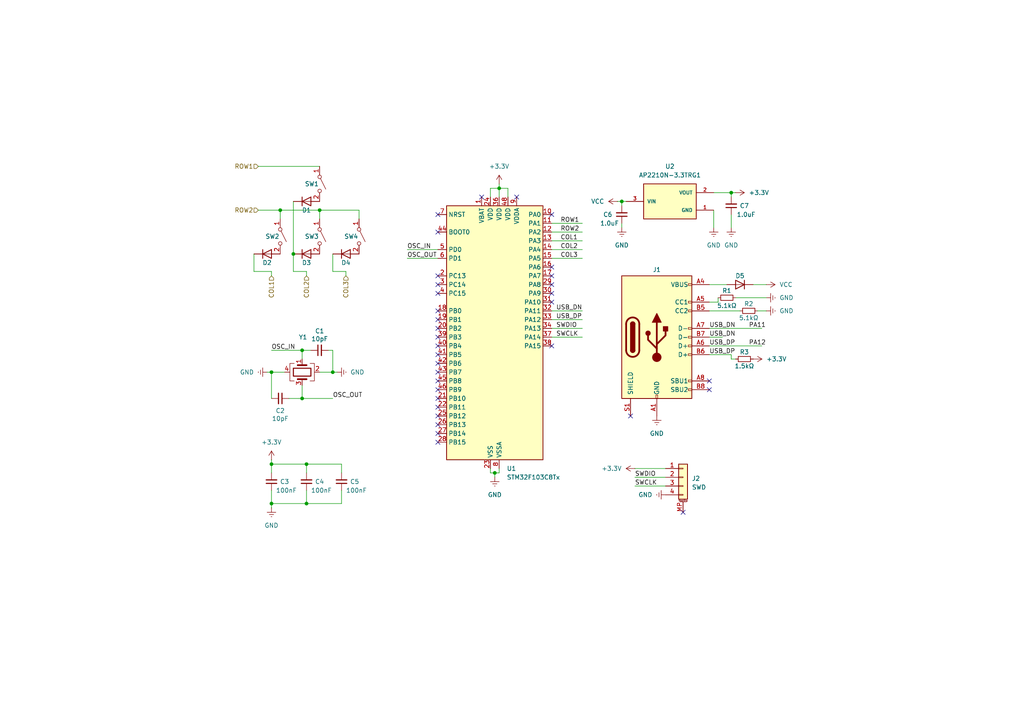
<source format=kicad_sch>
(kicad_sch (version 20231120) (generator "eeschema") (generator_version "8.0")
  (paper "A4")
  (lib_symbols
    (symbol "AP2210N-3.3TRG1:AP2210N-3.3TRG1" (pin_names (offset 1.016))
      (property "Reference" "U" (at -7.3776 5.3424 0))
      (property "Value" "AP2210N-3.3TRG1" (at -7.3722 -6.8637 0))
      (symbol "AP2210N-3.3TRG1_0_0"
        (rectangle (start -7.62 -5.08) (end 7.62 5.08) (stroke (width 0.254)) (fill (type background)))
        (pin power_in line (at 12.7 -2.54 180) (length 5.08) (name "GND") (number "1"))
        (pin output line (at 12.7 2.54 180) (length 5.08) (name "VOUT") (number "2"))
        (pin input line (at -12.7 0 0) (length 5.08) (name "VIN") (number "3"))
      )
    )
    (symbol "Connector:USB_C_Receptacle_USB2.0_16P" (pin_names (offset 1.016))
      (property "Reference" "J" (at 0 22.225 0))
      (property "Value" "USB_C_Receptacle_USB2.0_16P" (at 0 19.685 0))
      (symbol "USB_C_Receptacle_USB2.0_16P_0_0"
        (rectangle (start -0.254 -17.78) (end 0.254 -16.764))
        (rectangle (start 10.16 -14.986) (end 9.144 -15.494))
        (rectangle (start 10.16 -12.446) (end 9.144 -12.954))
        (rectangle (start 10.16 -4.826) (end 9.144 -5.334))
        (rectangle (start 10.16 -2.286) (end 9.144 -2.794))
        (rectangle (start 10.16 0.254) (end 9.144 -0.254))
        (rectangle (start 10.16 2.794) (end 9.144 2.286))
        (rectangle (start 10.16 7.874) (end 9.144 7.366))
        (rectangle (start 10.16 10.414) (end 9.144 9.906))
        (rectangle (start 10.16 15.494) (end 9.144 14.986))
      )
      (symbol "USB_C_Receptacle_USB2.0_16P_0_1"
        (rectangle (start -10.16 17.78) (end 10.16 -17.78) (stroke (width 0.254)) (fill (type background)))
        (arc (start -8.89 -3.81) (mid -6.985 -5.7067) (end -5.08 -3.81) (stroke (width 0.508)))
        (arc (start -7.62 -3.81) (mid -6.985 -4.4423) (end -6.35 -3.81) (stroke (width 0.254)))
        (arc (start -7.62 -3.81) (mid -6.985 -4.4423) (end -6.35 -3.81) (stroke (width 0.254)) (fill (type outline)))
        (rectangle (start -7.62 -3.81) (end -6.35 3.81) (stroke (width 0.254)) (fill (type outline)))
        (arc (start -6.35 3.81) (mid -6.985 4.4423) (end -7.62 3.81) (stroke (width 0.254)))
        (arc (start -6.35 3.81) (mid -6.985 4.4423) (end -7.62 3.81) (stroke (width 0.254)) (fill (type outline)))
        (arc (start -5.08 3.81) (mid -6.985 5.7067) (end -8.89 3.81) (stroke (width 0.508)))
        (circle (center -2.54 1.143) (radius 0.635) (stroke (width 0.254)) (fill (type outline)))
        (circle (center 0 -5.842) (radius 1.27) (fill (type outline)))
        (polyline (pts (xy -8.89 -3.81) (xy -8.89 3.81)) (stroke (width 0.508)))
        (polyline (pts (xy -5.08 3.81) (xy -5.08 -3.81)) (stroke (width 0.508)))
        (polyline (pts (xy 0 -5.842) (xy 0 4.318)) (stroke (width 0.508)))
        (polyline (pts (xy 0 -3.302) (xy -2.54 -0.762) (xy -2.54 0.508)) (stroke (width 0.508)))
        (polyline (pts (xy 0 -2.032) (xy 2.54 0.508) (xy 2.54 1.778)) (stroke (width 0.508)))
        (polyline (pts (xy -1.27 4.318) (xy 0 6.858) (xy 1.27 4.318) (xy -1.27 4.318)) (stroke (width 0.254)) (fill (type outline)))
        (rectangle (start 1.905 1.778) (end 3.175 3.048) (stroke (width 0.254)) (fill (type outline)))
      )
      (symbol "USB_C_Receptacle_USB2.0_16P_1_1"
        (pin passive line (at 0 -22.86 90) (length 5.08) (name "GND") (number "A1"))
        (pin passive line (at 0 -22.86 90) (length 5.08) hide (name "GND") (number "A12"))
        (pin passive line (at 15.24 15.24 180) (length 5.08) (name "VBUS") (number "A4"))
        (pin bidirectional line (at 15.24 10.16 180) (length 5.08) (name "CC1") (number "A5"))
        (pin bidirectional line (at 15.24 -2.54 180) (length 5.08) (name "D+") (number "A6"))
        (pin bidirectional line (at 15.24 2.54 180) (length 5.08) (name "D-") (number "A7"))
        (pin bidirectional line (at 15.24 -12.7 180) (length 5.08) (name "SBU1") (number "A8"))
        (pin passive line (at 15.24 15.24 180) (length 5.08) hide (name "VBUS") (number "A9"))
        (pin passive line (at 0 -22.86 90) (length 5.08) hide (name "GND") (number "B1"))
        (pin passive line (at 0 -22.86 90) (length 5.08) hide (name "GND") (number "B12"))
        (pin passive line (at 15.24 15.24 180) (length 5.08) hide (name "VBUS") (number "B4"))
        (pin bidirectional line (at 15.24 7.62 180) (length 5.08) (name "CC2") (number "B5"))
        (pin bidirectional line (at 15.24 -5.08 180) (length 5.08) (name "D+") (number "B6"))
        (pin bidirectional line (at 15.24 0 180) (length 5.08) (name "D-") (number "B7"))
        (pin bidirectional line (at 15.24 -15.24 180) (length 5.08) (name "SBU2") (number "B8"))
        (pin passive line (at 15.24 15.24 180) (length 5.08) hide (name "VBUS") (number "B9"))
        (pin passive line (at -7.62 -22.86 90) (length 5.08) (name "SHIELD") (number "S1"))
      )
    )
    (symbol "Connector_Generic_MountingPin:Conn_01x04_MountingPin" (pin_names (offset 1.016) hide)
      (property "Reference" "J" (at 0 5.08 0))
      (property "Value" "Conn_01x04_MountingPin" (at 1.27 -7.62 0))
      (symbol "Conn_01x04_MountingPin_1_1"
        (rectangle (start -1.27 -4.953) (end 0 -5.207) (stroke (width 0.1524)))
        (rectangle (start -1.27 -2.413) (end 0 -2.667) (stroke (width 0.1524)))
        (rectangle (start -1.27 0.127) (end 0 -0.127) (stroke (width 0.1524)))
        (rectangle (start -1.27 2.667) (end 0 2.413) (stroke (width 0.1524)))
        (rectangle (start -1.27 3.81) (end 1.27 -6.35) (stroke (width 0.254)) (fill (type background)))
        (polyline (pts (xy -1.016 -7.112) (xy 1.016 -7.112)) (stroke (width 0.1524)))
        (text "Mounting" (at 0 -6.731 0) (effects (font (size 0.381 0.381))))
        (pin passive line (at -5.08 2.54 0) (length 3.81) (name "Pin_1") (number "1"))
        (pin passive line (at -5.08 0 0) (length 3.81) (name "Pin_2") (number "2"))
        (pin passive line (at -5.08 -2.54 0) (length 3.81) (name "Pin_3") (number "3"))
        (pin passive line (at -5.08 -5.08 0) (length 3.81) (name "Pin_4") (number "4"))
        (pin passive line (at 0 -10.16 90) (length 3.048) (name "MountPin") (number "MP"))
      )
    )
    (symbol "Device:C_Small" (pin_numbers hide) (pin_names (offset 0.254) hide)
      (property "Reference" "C" (at 0.254 1.778 0))
      (property "Value" "C_Small" (at 0.254 -2.032 0))
      (symbol "C_Small_0_1"
        (polyline (pts (xy -1.524 -0.508) (xy 1.524 -0.508)) (stroke (width 0.3302)))
        (polyline (pts (xy -1.524 0.508) (xy 1.524 0.508)) (stroke (width 0.3048)))
      )
      (symbol "C_Small_1_1"
        (pin passive line (at 0 2.54 270) (length 2.032) (name "~") (number "1"))
        (pin passive line (at 0 -2.54 90) (length 2.032) (name "~") (number "2"))
      )
    )
    (symbol "Device:Crystal_GND24" (pin_names (offset 1.016) hide)
      (property "Reference" "Y" (at 3.175 5.08 0))
      (property "Value" "Crystal_GND24" (at 3.175 3.175 0))
      (symbol "Crystal_GND24_0_1"
        (rectangle (start -1.143 2.54) (end 1.143 -2.54) (stroke (width 0.3048)))
        (polyline (pts (xy -2.54 0) (xy -2.032 0)))
        (polyline (pts (xy -2.032 -1.27) (xy -2.032 1.27)) (stroke (width 0.508)))
        (polyline (pts (xy 0 -3.81) (xy 0 -3.556)))
        (polyline (pts (xy 0 3.556) (xy 0 3.81)))
        (polyline (pts (xy 2.032 -1.27) (xy 2.032 1.27)) (stroke (width 0.508)))
        (polyline (pts (xy 2.032 0) (xy 2.54 0)))
        (polyline (pts (xy -2.54 -2.286) (xy -2.54 -3.556) (xy 2.54 -3.556) (xy 2.54 -2.286)))
        (polyline (pts (xy -2.54 2.286) (xy -2.54 3.556) (xy 2.54 3.556) (xy 2.54 2.286)))
      )
      (symbol "Crystal_GND24_1_1"
        (pin passive line (at -3.81 0 0) (length 1.27) (name "1") (number "1"))
        (pin passive line (at 0 5.08 270) (length 1.27) (name "2") (number "2"))
        (pin passive line (at 3.81 0 180) (length 1.27) (name "3") (number "3"))
        (pin passive line (at 0 -5.08 90) (length 1.27) (name "4") (number "4"))
      )
    )
    (symbol "Device:D" (pin_numbers hide) (pin_names (offset 1.016) hide)
      (property "Reference" "D" (at 0 2.54 0))
      (property "Value" "D" (at 0 -2.54 0))
      (symbol "D_0_1"
        (polyline (pts (xy -1.27 1.27) (xy -1.27 -1.27)) (stroke (width 0.254)))
        (polyline (pts (xy 1.27 0) (xy -1.27 0)))
        (polyline (pts (xy 1.27 1.27) (xy 1.27 -1.27) (xy -1.27 0) (xy 1.27 1.27)) (stroke (width 0.254)))
      )
      (symbol "D_1_1"
        (pin passive line (at -3.81 0 0) (length 2.54) (name "K") (number "1"))
        (pin passive line (at 3.81 0 180) (length 2.54) (name "A") (number "2"))
      )
    )
    (symbol "Device:R_Small" (pin_numbers hide) (pin_names (offset 0.254) hide)
      (property "Reference" "R" (at 0.762 0.508 0))
      (property "Value" "R_Small" (at 0.762 -1.016 0))
      (symbol "R_Small_0_1"
        (rectangle (start -0.762 1.778) (end 0.762 -1.778) (stroke (width 0.2032)))
      )
      (symbol "R_Small_1_1"
        (pin passive line (at 0 2.54 270) (length 0.762) (name "~") (number "1"))
        (pin passive line (at 0 -2.54 90) (length 0.762) (name "~") (number "2"))
      )
    )
    (symbol "MCU_ST_STM32F1:STM32F103C8Tx"
      (property "Reference" "U" (at -12.7 39.37 0))
      (property "Value" "STM32F103C8Tx" (at 10.16 39.37 0))
      (symbol "STM32F103C8Tx_0_1"
        (rectangle (start -12.7 -35.56) (end 15.24 38.1) (stroke (width 0.254)) (fill (type background)))
      )
      (symbol "STM32F103C8Tx_1_1"
        (pin power_in line (at -2.54 40.64 270) (length 2.54) (name "VBAT") (number "1"))
        (pin bidirectional line (at 17.78 35.56 180) (length 2.54) (name "PA0") (number "10"))
        (pin bidirectional line (at 17.78 33.02 180) (length 2.54) (name "PA1") (number "11"))
        (pin bidirectional line (at 17.78 30.48 180) (length 2.54) (name "PA2") (number "12"))
        (pin bidirectional line (at 17.78 27.94 180) (length 2.54) (name "PA3") (number "13"))
        (pin bidirectional line (at 17.78 25.4 180) (length 2.54) (name "PA4") (number "14"))
        (pin bidirectional line (at 17.78 22.86 180) (length 2.54) (name "PA5") (number "15"))
        (pin bidirectional line (at 17.78 20.32 180) (length 2.54) (name "PA6") (number "16"))
        (pin bidirectional line (at 17.78 17.78 180) (length 2.54) (name "PA7") (number "17"))
        (pin bidirectional line (at -15.24 7.62 0) (length 2.54) (name "PB0") (number "18"))
        (pin bidirectional line (at -15.24 5.08 0) (length 2.54) (name "PB1") (number "19"))
        (pin bidirectional line (at -15.24 17.78 0) (length 2.54) (name "PC13") (number "2"))
        (pin bidirectional line (at -15.24 2.54 0) (length 2.54) (name "PB2") (number "20"))
        (pin bidirectional line (at -15.24 -17.78 0) (length 2.54) (name "PB10") (number "21"))
        (pin bidirectional line (at -15.24 -20.32 0) (length 2.54) (name "PB11") (number "22"))
        (pin power_in line (at 0 -38.1 90) (length 2.54) (name "VSS") (number "23"))
        (pin power_in line (at 0 40.64 270) (length 2.54) (name "VDD") (number "24"))
        (pin bidirectional line (at -15.24 -22.86 0) (length 2.54) (name "PB12") (number "25"))
        (pin bidirectional line (at -15.24 -25.4 0) (length 2.54) (name "PB13") (number "26"))
        (pin bidirectional line (at -15.24 -27.94 0) (length 2.54) (name "PB14") (number "27"))
        (pin bidirectional line (at -15.24 -30.48 0) (length 2.54) (name "PB15") (number "28"))
        (pin bidirectional line (at 17.78 15.24 180) (length 2.54) (name "PA8") (number "29"))
        (pin bidirectional line (at -15.24 15.24 0) (length 2.54) (name "PC14") (number "3"))
        (pin bidirectional line (at 17.78 12.7 180) (length 2.54) (name "PA9") (number "30"))
        (pin bidirectional line (at 17.78 10.16 180) (length 2.54) (name "PA10") (number "31"))
        (pin bidirectional line (at 17.78 7.62 180) (length 2.54) (name "PA11") (number "32"))
        (pin bidirectional line (at 17.78 5.08 180) (length 2.54) (name "PA12") (number "33"))
        (pin bidirectional line (at 17.78 2.54 180) (length 2.54) (name "PA13") (number "34"))
        (pin passive line (at 0 -38.1 90) (length 2.54) hide (name "VSS") (number "35"))
        (pin power_in line (at 2.54 40.64 270) (length 2.54) (name "VDD") (number "36"))
        (pin bidirectional line (at 17.78 0 180) (length 2.54) (name "PA14") (number "37"))
        (pin bidirectional line (at 17.78 -2.54 180) (length 2.54) (name "PA15") (number "38"))
        (pin bidirectional line (at -15.24 0 0) (length 2.54) (name "PB3") (number "39"))
        (pin bidirectional line (at -15.24 12.7 0) (length 2.54) (name "PC15") (number "4"))
        (pin bidirectional line (at -15.24 -2.54 0) (length 2.54) (name "PB4") (number "40"))
        (pin bidirectional line (at -15.24 -5.08 0) (length 2.54) (name "PB5") (number "41"))
        (pin bidirectional line (at -15.24 -7.62 0) (length 2.54) (name "PB6") (number "42"))
        (pin bidirectional line (at -15.24 -10.16 0) (length 2.54) (name "PB7") (number "43"))
        (pin input line (at -15.24 30.48 0) (length 2.54) (name "BOOT0") (number "44"))
        (pin bidirectional line (at -15.24 -12.7 0) (length 2.54) (name "PB8") (number "45"))
        (pin bidirectional line (at -15.24 -15.24 0) (length 2.54) (name "PB9") (number "46"))
        (pin passive line (at 0 -38.1 90) (length 2.54) hide (name "VSS") (number "47"))
        (pin power_in line (at 5.08 40.64 270) (length 2.54) (name "VDD") (number "48"))
        (pin bidirectional line (at -15.24 25.4 0) (length 2.54) (name "PD0") (number "5"))
        (pin bidirectional line (at -15.24 22.86 0) (length 2.54) (name "PD1") (number "6"))
        (pin input line (at -15.24 35.56 0) (length 2.54) (name "NRST") (number "7"))
        (pin power_in line (at 2.54 -38.1 90) (length 2.54) (name "VSSA") (number "8"))
        (pin power_in line (at 7.62 40.64 270) (length 2.54) (name "VDDA") (number "9"))
      )
    )
    (symbol "Switch:SW_SPST" (pin_names (offset 0) hide)
      (property "Reference" "SW" (at 0 3.175 0))
      (property "Value" "SW_SPST" (at 0 -2.54 0))
      (symbol "SW_SPST_0_0"
        (circle (center -2.032 0) (radius 0.508))
        (polyline (pts (xy -1.524 0.254) (xy 1.524 1.778)))
        (circle (center 2.032 0) (radius 0.508))
      )
      (symbol "SW_SPST_1_1"
        (pin passive line (at -5.08 0 0) (length 2.54) (name "A") (number "1"))
        (pin passive line (at 5.08 0 180) (length 2.54) (name "B") (number "2"))
      )
    )
    (symbol "power:+3.3V" (power) (pin_numbers hide) (pin_names (offset 0) hide)
      (property "Value" "+3.3V" (at 0 3.556 0))
      (symbol "+3.3V_0_1"
        (polyline (pts (xy -0.762 1.27) (xy 0 2.54)))
        (polyline (pts (xy 0 0) (xy 0 2.54)))
        (polyline (pts (xy 0 2.54) (xy 0.762 1.27)))
      )
      (symbol "+3.3V_1_1"
        (pin power_in line (at 0 0 90) (length 0) (name "~") (number "1"))
      )
    )
    (symbol "power:Earth" (power) (pin_numbers hide) (pin_names (offset 0) hide)
      (property "Value" "Earth" (at 0 -3.81 0))
      (symbol "Earth_0_1"
        (polyline (pts (xy -0.635 -1.905) (xy 0.635 -1.905)))
        (polyline (pts (xy -0.127 -2.54) (xy 0.127 -2.54)))
        (polyline (pts (xy 0 -1.27) (xy 0 0)))
        (polyline (pts (xy 1.27 -1.27) (xy -1.27 -1.27)))
      )
      (symbol "Earth_1_1"
        (pin power_in line (at 0 0 270) (length 0) (name "~") (number "1"))
      )
    )
  )
  (junction (at 78.74 146.05))
  (junction (at 78.74 107.95))
  (junction (at 88.9 134.62))
  (junction (at 92.71 60.96))
  (junction (at 85.09 73.66))
  (junction (at 212.09 55.88))
  (junction (at 143.51 137.16))
  (junction (at 81.28 60.96))
  (junction (at 144.78 54.61))
  (junction (at 87.63 101.6))
  (junction (at 96.52 107.95))
  (junction (at 180.34 58.42))
  (junction (at 88.9 146.05))
  (junction (at 78.74 134.62))
  (junction (at 87.63 115.57))
  (no_connect (at 127 85.09))
  (no_connect (at 160.02 80.01))
  (no_connect (at 139.7 57.15))
  (no_connect (at 127 80.01))
  (no_connect (at 205.74 113.03))
  (no_connect (at 182.88 120.65))
  (no_connect (at 127 105.41))
  (no_connect (at 198.12 148.59))
  (no_connect (at 127 92.71))
  (no_connect (at 160.02 100.33))
  (no_connect (at 160.02 77.47))
  (no_connect (at 127 97.79))
  (no_connect (at 160.02 82.55))
  (no_connect (at 127 113.03))
  (no_connect (at 127 110.49))
  (no_connect (at 160.02 87.63))
  (no_connect (at 127 125.73))
  (no_connect (at 127 128.27))
  (no_connect (at 205.74 110.49))
  (no_connect (at 127 95.25))
  (no_connect (at 160.02 62.23))
  (no_connect (at 127 115.57))
  (no_connect (at 127 120.65))
  (no_connect (at 127 107.95))
  (no_connect (at 127 102.87))
  (no_connect (at 160.02 85.09))
  (no_connect (at 127 123.19))
  (no_connect (at 127 67.31))
  (no_connect (at 127 118.11))
  (no_connect (at 127 100.33))
  (no_connect (at 127 90.17))
  (no_connect (at 127 62.23))
  (no_connect (at 127 82.55))
  (no_connect (at 149.86 57.15))
  (wire (pts (xy 205.74 90.17) (xy 214.63 90.17)))
  (wire (pts (xy 144.78 137.16) (xy 144.78 135.89)))
  (wire (pts (xy 87.63 115.57) (xy 83.82 115.57)))
  (wire (pts (xy 205.74 100.33) (xy 220.98 100.33)))
  (wire (pts (xy 208.28 86.36) (xy 208.28 87.63)))
  (wire (pts (xy 88.9 78.74) (xy 88.9 80.01)))
  (wire (pts (xy 144.78 53.34) (xy 144.78 54.61)))
  (wire (pts (xy 180.34 59.69) (xy 180.34 58.42)))
  (wire (pts (xy 78.74 78.74) (xy 73.66 78.74)))
  (wire (pts (xy 160.02 67.31) (xy 168.91 67.31)))
  (wire (pts (xy 78.74 134.62) (xy 88.9 134.62)))
  (wire (pts (xy 78.74 101.6) (xy 87.63 101.6)))
  (wire (pts (xy 81.28 60.96) (xy 92.71 60.96)))
  (wire (pts (xy 88.9 134.62) (xy 88.9 137.16)))
  (wire (pts (xy 78.74 142.24) (xy 78.74 146.05)))
  (wire (pts (xy 160.02 95.25) (xy 168.91 95.25)))
  (wire (pts (xy 210.82 82.55) (xy 205.74 82.55)))
  (wire (pts (xy 87.63 104.14) (xy 87.63 101.6)))
  (wire (pts (xy 142.24 135.89) (xy 142.24 137.16)))
  (wire (pts (xy 180.34 66.04) (xy 180.34 64.77)))
  (wire (pts (xy 88.9 134.62) (xy 99.06 134.62)))
  (wire (pts (xy 160.02 64.77) (xy 168.91 64.77)))
  (wire (pts (xy 78.74 107.95) (xy 82.55 107.95)))
  (wire (pts (xy 92.71 60.96) (xy 92.71 63.5)))
  (wire (pts (xy 212.09 104.14) (xy 213.36 104.14)))
  (wire (pts (xy 212.09 62.23) (xy 212.09 66.04)))
  (wire (pts (xy 160.02 72.39) (xy 168.91 72.39)))
  (wire (pts (xy 184.15 135.89) (xy 193.04 135.89)))
  (wire (pts (xy 77.47 107.95) (xy 78.74 107.95)))
  (wire (pts (xy 78.74 107.95) (xy 78.74 115.57)))
  (wire (pts (xy 88.9 142.24) (xy 88.9 146.05)))
  (wire (pts (xy 142.24 57.15) (xy 142.24 54.61)))
  (wire (pts (xy 73.66 78.74) (xy 73.66 73.66)))
  (wire (pts (xy 205.74 95.25) (xy 220.98 95.25)))
  (wire (pts (xy 85.09 58.42) (xy 85.09 73.66)))
  (wire (pts (xy 144.78 54.61) (xy 147.32 54.61)))
  (wire (pts (xy 144.78 54.61) (xy 144.78 57.15)))
  (wire (pts (xy 222.25 90.17) (xy 219.71 90.17)))
  (wire (pts (xy 96.52 73.66) (xy 96.52 78.74)))
  (wire (pts (xy 99.06 142.24) (xy 99.06 146.05)))
  (wire (pts (xy 74.93 48.26) (xy 92.71 48.26)))
  (wire (pts (xy 78.74 137.16) (xy 78.74 134.62)))
  (wire (pts (xy 118.11 72.39) (xy 127 72.39)))
  (wire (pts (xy 87.63 101.6) (xy 90.17 101.6)))
  (wire (pts (xy 160.02 97.79) (xy 168.91 97.79)))
  (wire (pts (xy 142.24 54.61) (xy 144.78 54.61)))
  (wire (pts (xy 212.09 55.88) (xy 212.09 57.15)))
  (wire (pts (xy 78.74 146.05) (xy 88.9 146.05)))
  (wire (pts (xy 184.15 140.97) (xy 193.04 140.97)))
  (wire (pts (xy 205.74 97.79) (xy 209.55 97.79)))
  (wire (pts (xy 160.02 92.71) (xy 168.91 92.71)))
  (wire (pts (xy 212.09 102.87) (xy 205.74 102.87)))
  (wire (pts (xy 143.51 137.16) (xy 144.78 137.16)))
  (wire (pts (xy 78.74 80.01) (xy 78.74 78.74)))
  (wire (pts (xy 78.74 147.32) (xy 78.74 146.05)))
  (wire (pts (xy 212.09 104.14) (xy 212.09 102.87)))
  (wire (pts (xy 207.01 55.88) (xy 212.09 55.88)))
  (wire (pts (xy 184.15 138.43) (xy 193.04 138.43)))
  (wire (pts (xy 160.02 74.93) (xy 168.91 74.93)))
  (wire (pts (xy 160.02 90.17) (xy 168.91 90.17)))
  (wire (pts (xy 104.14 60.96) (xy 104.14 63.5)))
  (wire (pts (xy 142.24 137.16) (xy 143.51 137.16)))
  (wire (pts (xy 92.71 60.96) (xy 104.14 60.96)))
  (wire (pts (xy 208.28 87.63) (xy 205.74 87.63)))
  (wire (pts (xy 207.01 66.04) (xy 207.01 60.96)))
  (wire (pts (xy 99.06 134.62) (xy 99.06 137.16)))
  (wire (pts (xy 179.07 58.42) (xy 180.34 58.42)))
  (wire (pts (xy 143.51 137.16) (xy 143.51 138.43)))
  (wire (pts (xy 100.33 78.74) (xy 100.33 80.01)))
  (wire (pts (xy 213.36 55.88) (xy 212.09 55.88)))
  (wire (pts (xy 92.71 107.95) (xy 96.52 107.95)))
  (wire (pts (xy 88.9 146.05) (xy 99.06 146.05)))
  (wire (pts (xy 96.52 101.6) (xy 96.52 107.95)))
  (wire (pts (xy 85.09 78.74) (xy 88.9 78.74)))
  (wire (pts (xy 87.63 111.76) (xy 87.63 115.57)))
  (wire (pts (xy 96.52 78.74) (xy 100.33 78.74)))
  (wire (pts (xy 180.34 58.42) (xy 181.61 58.42)))
  (wire (pts (xy 213.36 86.36) (xy 222.25 86.36)))
  (wire (pts (xy 74.93 60.96) (xy 81.28 60.96)))
  (wire (pts (xy 97.79 107.95) (xy 96.52 107.95)))
  (wire (pts (xy 81.28 60.96) (xy 81.28 63.5)))
  (wire (pts (xy 160.02 69.85) (xy 168.91 69.85)))
  (wire (pts (xy 147.32 54.61) (xy 147.32 57.15)))
  (wire (pts (xy 96.52 101.6) (xy 95.25 101.6)))
  (wire (pts (xy 85.09 73.66) (xy 85.09 78.74)))
  (wire (pts (xy 87.63 115.57) (xy 96.52 115.57)))
  (wire (pts (xy 222.25 82.55) (xy 218.44 82.55)))
  (wire (pts (xy 118.11 74.93) (xy 127 74.93)))
  (wire (pts (xy 78.74 133.35) (xy 78.74 134.62)))
  (label "OSC_IN" (at 78.74 101.6 0))
  (label "SWDIO" (at 161.29 95.25 0))
  (label "ROW2" (at 162.56 67.31 0))
  (label "USB_DP" (at 161.29 92.71 0))
  (label "SWDIO" (at 184.15 138.43 0))
  (label "USB_DP" (at 205.74 100.33 0))
  (label "OSC_IN" (at 118.11 72.39 0))
  (label "SWCLK" (at 161.29 97.79 0))
  (label "USB_DN" (at 205.74 97.79 0))
  (label "OSC_OUT" (at 118.11 74.93 0))
  (label "ROW1" (at 162.56 64.77 0))
  (label "SWCLK" (at 184.15 140.97 0))
  (label "USB_DN" (at 205.74 95.25 0))
  (label "PA12" (at 217.17 100.33 0))
  (label "USB_DN" (at 161.29 90.17 0))
  (label "COL2" (at 162.56 72.39 0))
  (label "COL3" (at 162.56 74.93 0))
  (label "OSC_OUT" (at 96.52 115.57 0))
  (label "PA11" (at 217.17 95.25 0))
  (label "COL1" (at 162.56 69.85 0))
  (label "USB_DP" (at 205.74 102.87 0))
  (hierarchical_label "ROW2" (shape input) (at 74.93 60.96 180))
  (hierarchical_label "COL2" (shape input) (at 88.9 80.01 270))
  (hierarchical_label "ROW1" (shape input) (at 74.93 48.26 180))
  (hierarchical_label "COL3" (shape input) (at 100.33 80.01 270))
  (hierarchical_label "COL1" (shape input) (at 78.74 80.01 270))
  (symbol (lib_id "power:+3.3V") (at 222.25 82.55 270) (unit 1)
    (property "Reference" "#PWR05" (effects (hide yes)))
    (property "Value" "VCC" (at 226.06 82.5499 90) (effects (justify left)))
    (property "Description" "Power symbol creates a global label with name \"+3.3V\"" (effects (hide yes)))
  )
  (symbol (lib_id "Device:D") (at 100.33 73.66 0) (unit 1)
    (property "Reference" "D4" (at 100.33 76.2 0))
    (property "Value" "D" (effects (hide yes)))
    (property "Footprint" "Diode_SMD:D_0603_1608Metric_Pad1.05x0.95mm_HandSolder" (effects (hide yes)))
    (property "Description" "Diode" (effects (hide yes)))
    (property "Sim.Device" "D" (effects (hide yes)))
    (property "Sim.Pins" "1=K 2=A" (effects (hide yes)))
  )
  (symbol (lib_id "power:Earth") (at 97.79 107.95 90) (unit 1)
    (property "Reference" "#PWR07" (effects (hide yes)))
    (property "Value" "GND" (at 101.6 107.9499 90) (effects (justify right)))
    (property "Description" "Power symbol creates a global label with name \"Earth\"" (effects (hide yes)))
  )
  (symbol (lib_id "power:+3.3V") (at 213.36 55.88 270) (unit 1)
    (property "Reference" "#PWR014" (effects (hide yes)))
    (property "Value" "+3.3V" (at 217.17 55.8799 90) (effects (justify left)))
    (property "Description" "Power symbol creates a global label with name \"+3.3V\"" (effects (hide yes)))
  )
  (symbol (lib_id "power:+3.3V") (at 218.44 104.14 270) (unit 1)
    (property "Reference" "#PWR03" (effects (hide yes)))
    (property "Value" "+3.3V" (at 222.25 104.1399 90) (effects (justify left)))
    (property "Description" "Power symbol creates a global label with name \"+3.3V\"" (effects (hide yes)))
  )
  (symbol (lib_id "Device:D") (at 214.63 82.55 180) (unit 1)
    (property "Reference" "D5" (at 214.63 80.01 0))
    (property "Value" "D" (effects (hide yes)))
    (property "Footprint" "Diode_SMD:D_0603_1608Metric_Pad1.05x0.95mm_HandSolder" (effects (hide yes)))
    (property "Description" "Diode" (effects (hide yes)))
    (property "Sim.Device" "D" (effects (hide yes)))
    (property "Sim.Pins" "1=K 2=A" (effects (hide yes)))
  )
  (symbol (lib_id "power:+3.3V") (at 184.15 135.89 90) (unit 1)
    (property "Reference" "#PWR09" (effects (hide yes)))
    (property "Value" "+3.3V" (at 180.34 135.8899 90) (effects (justify left)))
    (property "Description" "Power symbol creates a global label with name \"+3.3V\"" (effects (hide yes)))
  )
  (symbol (lib_id "power:+3.3V") (at 78.74 133.35 0) (unit 1)
    (property "Reference" "#PWR018" (effects (hide yes)))
    (property "Value" "+3.3V" (at 78.74 128.27 0))
    (property "Description" "Power symbol creates a global label with name \"+3.3V\"" (effects (hide yes)))
  )
  (symbol (lib_id "Switch:SW_SPST") (at 92.71 53.34 270) (unit 1)
    (property "Reference" "SW1" (at 88.392 53.34 90) (effects (justify left)))
    (property "Value" "SW_SPST" (effects (hide yes)))
    (property "Footprint" "PCM_Switch_Keyboard_Cherry_MX:SW_Cherry_MX_PCB_1.00u" (effects (hide yes)))
    (property "Description" "Single Pole Single Throw (SPST) switch" (effects (hide yes)))
  )
  (symbol (lib_id "power:Earth") (at 193.04 143.51 270) (unit 1)
    (property "Reference" "#PWR08" (effects (hide yes)))
    (property "Value" "GND" (at 189.23 143.5099 90) (effects (justify right)))
    (property "Description" "Power symbol creates a global label with name \"Earth\"" (effects (hide yes)))
  )
  (symbol (lib_id "Switch:SW_SPST") (at 81.28 68.58 270) (unit 1)
    (property "Reference" "SW2" (at 76.962 68.58 90) (effects (justify left)))
    (property "Value" "SW_SPST" (effects (hide yes)))
    (property "Footprint" "PCM_Switch_Keyboard_Cherry_MX:SW_Cherry_MX_PCB_1.00u" (effects (hide yes)))
    (property "Description" "Single Pole Single Throw (SPST) switch" (effects (hide yes)))
  )
  (symbol (lib_id "Device:Crystal_GND24") (at 87.63 107.95 270) (unit 1)
    (property "Reference" "Y1" (at 87.884 97.79 90))
    (property "Value" "Crystal_GND24" (effects (hide yes)))
    (property "Footprint" "Oscillator:Oscillator_SMD_Abracon_ASV-4Pin_7.0x5.1mm" (effects (hide yes)))
    (property "Description" "Four pin crystal, GND on pins 2 and 4" (effects (hide yes)))
  )
  (symbol (lib_id "Device:R_Small") (at 215.9 104.14 270) (unit 1)
    (property "Reference" "R3" (at 215.9 102.108 90))
    (property "Value" "1.5kΩ" (at 215.9 106.172 90))
    (property "Footprint" "Resistor_SMD:R_0603_1608Metric_Pad0.98x0.95mm_HandSolder" (effects (hide yes)))
    (property "Description" "Resistor, small symbol" (effects (hide yes)))
  )
  (symbol (lib_id "Connector:USB_C_Receptacle_USB2.0_16P") (at 190.5 97.79 0) (unit 1)
    (property "Reference" "J1" (at 190.5 78.232 0))
    (property "Value" "USB_C_Receptacle_USB2.0_16P" (effects (hide yes)))
    (property "Footprint" "Connector_USB:USB_C_Receptacle_GCT_USB4105-xx-A_16P_TopMnt_Horizontal" (effects (hide yes)))
    (property "Datasheet" "https://www.usb.org/sites/default/files/documents/usb_type-c.zip" (effects (hide yes)))
    (property "Description" "USB 2.0-only 16P Type-C Receptacle connector" (effects (hide yes)))
  )
  (symbol (lib_id "Connector_Generic_MountingPin:Conn_01x04_MountingPin") (at 198.12 138.43 0) (unit 1)
    (property "Reference" "J2" (at 200.66 138.7855 0) (effects (justify left)))
    (property "Value" "SWD" (at 200.66 141.3255 0) (effects (justify left)))
    (property "Footprint" "Connector_PinHeader_2.00mm:PinHeader_1x04_P2.00mm_Vertical" (effects (hide yes)))
    (property "Description" "Generic connectable mounting pin connector, single row, 01x04, script generated (kicad-library-utils/schlib/autogen/connector/)" (effects (hide yes)))
  )
  (symbol (lib_id "Device:C_Small") (at 92.71 101.6 90) (unit 1)
    (property "Reference" "C1" (at 92.71 96.012 90))
    (property "Value" "10pF" (at 92.71 98.298 90))
    (property "Footprint" "Capacitor_SMD:C_0603_1608Metric_Pad1.08x0.95mm_HandSolder" (effects (hide yes)))
    (property "Description" "Unpolarized capacitor, small symbol" (effects (hide yes)))
  )
  (symbol (lib_id "Device:C_Small") (at 99.06 139.7 180) (unit 1)
    (property "Reference" "C5" (at 102.87 139.7 0))
    (property "Value" "100nF" (at 103.378 142.24 0))
    (property "Footprint" "Capacitor_SMD:C_0603_1608Metric_Pad1.08x0.95mm_HandSolder" (effects (hide yes)))
    (property "Description" "Unpolarized capacitor, small symbol" (effects (hide yes)))
  )
  (symbol (lib_id "power:Earth") (at 143.51 138.43 0) (unit 1)
    (property "Reference" "#PWR015" (effects (hide yes)))
    (property "Value" "GND" (at 143.51 143.51 0))
    (property "Description" "Power symbol creates a global label with name \"Earth\"" (effects (hide yes)))
  )
  (symbol (lib_id "power:Earth") (at 222.25 86.36 90) (unit 1)
    (property "Reference" "#PWR02" (effects (hide yes)))
    (property "Value" "GND" (at 226.06 86.3599 90) (effects (justify right)))
    (property "Description" "Power symbol creates a global label with name \"Earth\"" (effects (hide yes)))
  )
  (symbol (lib_id "Device:C_Small") (at 88.9 139.7 180) (unit 1)
    (property "Reference" "C4" (at 92.71 139.7 0))
    (property "Value" "100nF" (at 93.218 142.24 0))
    (property "Footprint" "Capacitor_SMD:C_0603_1608Metric_Pad1.08x0.95mm_HandSolder" (effects (hide yes)))
    (property "Description" "Unpolarized capacitor, small symbol" (effects (hide yes)))
  )
  (symbol (lib_id "power:Earth") (at 78.74 147.32 0) (unit 1)
    (property "Reference" "#PWR017" (effects (hide yes)))
    (property "Value" "GND" (at 78.74 152.4 0))
    (property "Description" "Power symbol creates a global label with name \"Earth\"" (effects (hide yes)))
  )
  (symbol (lib_id "power:Earth") (at 77.47 107.95 270) (unit 1)
    (property "Reference" "#PWR06" (effects (hide yes)))
    (property "Value" "GND" (at 73.66 107.9499 90) (effects (justify right)))
    (property "Description" "Power symbol creates a global label with name \"Earth\"" (effects (hide yes)))
  )
  (symbol (lib_id "AP2210N-3.3TRG1:AP2210N-3.3TRG1") (at 194.31 58.42 0) (unit 1)
    (property "Reference" "U2" (at 194.31 48.26 0))
    (property "Value" "AP2210N-3.3TRG1" (at 194.31 50.8 0))
    (property "Footprint" "AP2210N-3.3TRG1:SOT95P280X145-3N" (effects (hide yes)))
    (property "MF" "Diodes Inc." (effects (hide yes)))
    (property "Description_1" "\nVoltage Regulators, LDO, 300mA CMOS LDO 3.3V 250mV | Diodes Inc AP2210N-3.3TRG1\n" (effects (hide yes)))
    (property "Package" "SOT-23-3 Diodes Inc." (effects (hide yes)))
    (property "Price" "None" (effects (hide yes)))
    (property "Check_prices" "https://www.snapeda.com/parts/AP2210N-3.3TRG1/Diodes+Inc./view-part/?ref=eda" (effects (hide yes)))
    (property "SnapEDA_Link" "https://www.snapeda.com/parts/AP2210N-3.3TRG1/Diodes+Inc./view-part/?ref=snap" (effects (hide yes)))
    (property "MP" "AP2210N-3.3TRG1" (effects (hide yes)))
    (property "Purchase-URL" "https://www.snapeda.com/api/url_track_click_mouser/?unipart_id=492437&manufacturer=Diodes Inc.&part_name=AP2210N-3.3TRG1&search_term=sot23-3 3.3v voltage regulator" (effects (hide yes)))
    (property "Availability" "In Stock" (effects (hide yes)))
    (property "MANUFACTURER" "Diodes Inc" (effects (hide yes)))
  )
  (symbol (lib_id "Device:D") (at 77.47 73.66 0) (unit 1)
    (property "Reference" "D2" (at 77.47 76.2 0))
    (property "Value" "D" (effects (hide yes)))
    (property "Footprint" "Diode_SMD:D_0603_1608Metric_Pad1.05x0.95mm_HandSolder" (effects (hide yes)))
    (property "Description" "Diode" (effects (hide yes)))
    (property "Sim.Device" "D" (effects (hide yes)))
    (property "Sim.Pins" "1=K 2=A" (effects (hide yes)))
  )
  (symbol (lib_id "Switch:SW_SPST") (at 92.71 68.58 270) (unit 1)
    (property "Reference" "SW3" (at 88.392 68.58 90) (effects (justify left)))
    (property "Value" "SW_SPST" (effects (hide yes)))
    (property "Footprint" "PCM_Switch_Keyboard_Cherry_MX:SW_Cherry_MX_PCB_1.00u" (effects (hide yes)))
    (property "Description" "Single Pole Single Throw (SPST) switch" (effects (hide yes)))
  )
  (symbol (lib_id "power:Earth") (at 207.01 66.04 0) (unit 1)
    (property "Reference" "#PWR019" (effects (hide yes)))
    (property "Value" "GND" (at 207.01 71.12 0))
    (property "Description" "Power symbol creates a global label with name \"Earth\"" (effects (hide yes)))
  )
  (symbol (lib_id "power:Earth") (at 212.09 66.04 0) (unit 1)
    (property "Reference" "#PWR011" (effects (hide yes)))
    (property "Value" "GND" (at 212.09 71.12 0))
    (property "Description" "Power symbol creates a global label with name \"Earth\"" (effects (hide yes)))
  )
  (symbol (lib_id "Device:D") (at 88.9 73.66 0) (unit 1)
    (property "Reference" "D3" (at 88.9 76.2 0))
    (property "Value" "D" (effects (hide yes)))
    (property "Footprint" "Diode_SMD:D_0603_1608Metric_Pad1.05x0.95mm_HandSolder" (effects (hide yes)))
    (property "Description" "Diode" (effects (hide yes)))
    (property "Sim.Device" "D" (effects (hide yes)))
    (property "Sim.Pins" "1=K 2=A" (effects (hide yes)))
  )
  (symbol (lib_id "Device:C_Small") (at 180.34 62.23 180) (unit 1)
    (property "Reference" "C6" (at 176.276 62.23 0))
    (property "Value" "1.0uF" (at 176.784 64.77 0))
    (property "Footprint" "Capacitor_SMD:C_0603_1608Metric_Pad1.08x0.95mm_HandSolder" (effects (hide yes)))
    (property "Description" "Unpolarized capacitor, small symbol" (effects (hide yes)))
  )
  (symbol (lib_id "Device:C_Small") (at 81.28 115.57 270) (unit 1)
    (property "Reference" "C2" (at 81.28 119.126 90))
    (property "Value" "10pF" (at 81.28 121.412 90))
    (property "Footprint" "Capacitor_SMD:C_0603_1608Metric_Pad1.08x0.95mm_HandSolder" (effects (hide yes)))
    (property "Description" "Unpolarized capacitor, small symbol" (effects (hide yes)))
  )
  (symbol (lib_id "power:Earth") (at 222.25 90.17 90) (unit 1)
    (property "Reference" "#PWR04" (effects (hide yes)))
    (property "Value" "GND" (at 226.06 90.1699 90) (effects (justify right)))
    (property "Description" "Power symbol creates a global label with name \"Earth\"" (effects (hide yes)))
  )
  (symbol (lib_id "Device:R_Small") (at 210.82 86.36 270) (unit 1)
    (property "Reference" "R1" (at 210.82 84.328 90))
    (property "Value" "5.1kΩ" (at 210.82 88.646 90))
    (property "Footprint" "Resistor_SMD:R_0603_1608Metric_Pad0.98x0.95mm_HandSolder" (effects (hide yes)))
    (property "Description" "Resistor, small symbol" (effects (hide yes)))
  )
  (symbol (lib_id "power:Earth") (at 190.5 120.65 0) (unit 1)
    (property "Reference" "#PWR01" (effects (hide yes)))
    (property "Value" "GND" (at 190.5 125.73 0))
    (property "Description" "Power symbol creates a global label with name \"Earth\"" (effects (hide yes)))
  )
  (symbol (lib_id "Device:C_Small") (at 212.09 59.69 180) (unit 1)
    (property "Reference" "C7" (at 215.9 59.69 0))
    (property "Value" "1.0uF" (at 216.408 62.23 0))
    (property "Footprint" "Capacitor_SMD:C_0603_1608Metric_Pad1.08x0.95mm_HandSolder" (effects (hide yes)))
    (property "Description" "Unpolarized capacitor, small symbol" (effects (hide yes)))
  )
  (symbol (lib_id "power:+3.3V") (at 144.78 53.34 0) (unit 1)
    (property "Reference" "#PWR016" (effects (hide yes)))
    (property "Value" "+3.3V" (at 144.78 48.26 0))
    (property "Description" "Power symbol creates a global label with name \"+3.3V\"" (effects (hide yes)))
  )
  (symbol (lib_id "power:+3.3V") (at 179.07 58.42 90) (unit 1)
    (property "Reference" "#PWR010" (effects (hide yes)))
    (property "Value" "VCC" (at 175.26 58.4199 90) (effects (justify left)))
    (property "Description" "Power symbol creates a global label with name \"+3.3V\"" (effects (hide yes)))
  )
  (symbol (lib_id "MCU_ST_STM32F1:STM32F103C8Tx") (at 142.24 97.79 0) (unit 1)
    (property "Reference" "U1" (at 146.9741 135.89 0) (effects (justify left)))
    (property "Value" "STM32F103C8Tx" (at 146.9741 138.43 0) (effects (justify left)))
    (property "Footprint" "Package_QFP:LQFP-48_7x7mm_P0.5mm" (effects (hide yes)))
    (property "Datasheet" "https://www.st.com/resource/en/datasheet/stm32f103c8.pdf" (effects (hide yes)))
    (property "Description" "STMicroelectronics Arm Cortex-M3 MCU, 64KB flash, 20KB RAM, 72 MHz, 2.0-3.6V, 37 GPIO, LQFP48" (effects (hide yes)))
  )
  (symbol (lib_id "Device:R_Small") (at 217.17 90.17 270) (unit 1)
    (property "Reference" "R2" (at 217.17 88.138 90))
    (property "Value" "5.1kΩ" (at 217.17 92.202 90))
    (property "Footprint" "Resistor_SMD:R_0603_1608Metric_Pad0.98x0.95mm_HandSolder" (effects (hide yes)))
    (property "Description" "Resistor, small symbol" (effects (hide yes)))
  )
  (symbol (lib_id "power:Earth") (at 180.34 66.04 0) (unit 1)
    (property "Reference" "#PWR013" (effects (hide yes)))
    (property "Value" "GND" (at 180.34 71.12 0))
    (property "Description" "Power symbol creates a global label with name \"Earth\"" (effects (hide yes)))
  )
  (symbol (lib_id "Device:C_Small") (at 78.74 139.7 180) (unit 1)
    (property "Reference" "C3" (at 82.55 139.7 0))
    (property "Value" "100nF" (at 83.058 142.24 0))
    (property "Footprint" "Capacitor_SMD:C_0603_1608Metric_Pad1.08x0.95mm_HandSolder" (effects (hide yes)))
    (property "Description" "Unpolarized capacitor, small symbol" (effects (hide yes)))
  )
  (symbol (lib_id "Device:D") (at 88.9 58.42 0) (unit 1)
    (property "Reference" "D1" (at 88.9 60.96 0))
    (property "Value" "D" (effects (hide yes)))
    (property "Footprint" "Diode_SMD:D_0603_1608Metric_Pad1.05x0.95mm_HandSolder" (effects (hide yes)))
    (property "Description" "Diode" (effects (hide yes)))
    (property "Sim.Device" "D" (effects (hide yes)))
    (property "Sim.Pins" "1=K 2=A" (effects (hide yes)))
  )
  (symbol (lib_id "Switch:SW_SPST") (at 104.14 68.58 270) (unit 1)
    (property "Reference" "SW4" (at 99.822 68.58 90) (effects (justify left)))
    (property "Value" "SW_SPST" (effects (hide yes)))
    (property "Footprint" "PCM_Switch_Keyboard_Cherry_MX:SW_Cherry_MX_PCB_1.00u" (effects (hide yes)))
    (property "Description" "Single Pole Single Throw (SPST) switch" (effects (hide yes)))
  )
)
</source>
